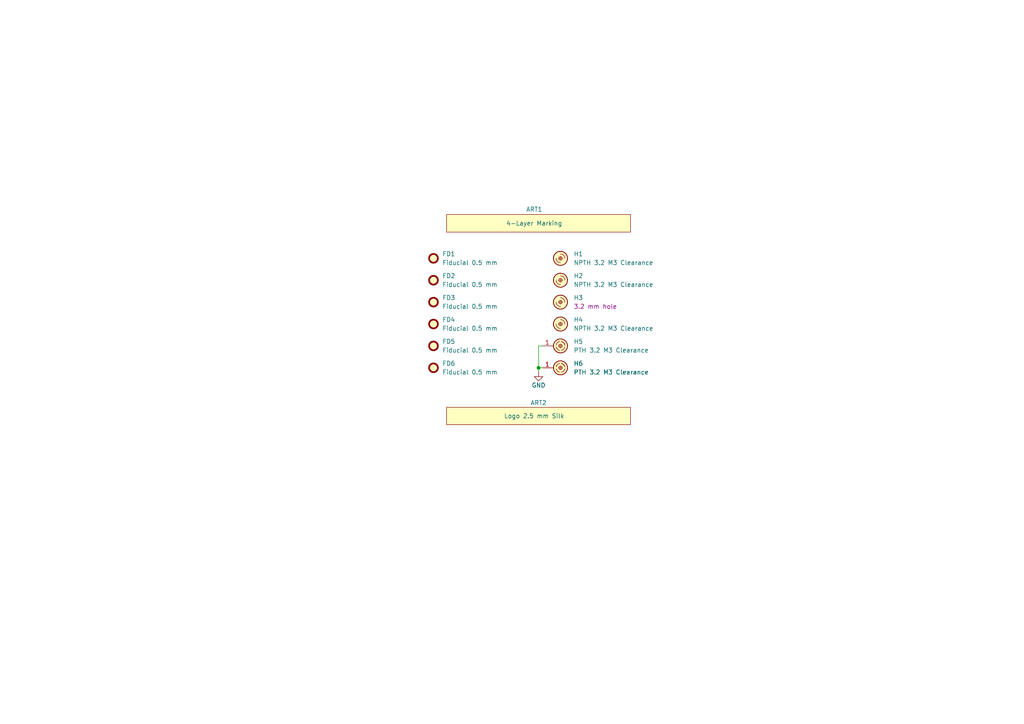
<source format=kicad_sch>
(kicad_sch (version 20231120) (generator "eeschema") (generator_version "8.0")
  (paper "A4")
  (title_block (title "Programmable Keyboard") (date "2024-04-09") (rev "2.1") (company "Kallio Designs Oy") (comment 1 "TL, NH") (comment 2 "ASSEMBLY_PN") (comment 3 "PCB_PN"))
  (lib_symbols
    (symbol "KD_Mechanical:Artwork_4-Layer_marking" (pin_numbers hide) (pin_names hide) (in_bom no)
      (property "Reference" "ART" (at 0 4.064 0))
      (property "Value" "4-Layer Marking" (at 0 0 0))
      (symbol "Artwork_4-Layer_marking_0_1"
        (rectangle (start -25.4 2.54) (end 27.94 -2.54) (fill (type background)))
      )
    )
    (symbol "KD_Mechanical:Artwork_Logo_Silk_2.5mm" (pin_numbers hide) (pin_names hide) (in_bom no)
      (property "Reference" "ART" (at 0 4.064 0))
      (property "Value" "Logo 2.5 mm Silk" (at 0 0 0))
      (symbol "Artwork_Logo_Silk_2.5mm_0_1"
        (rectangle (start -25.4 2.54) (end 27.94 -2.54) (fill (type background)))
      )
    )
    (symbol "KD_Mechanical:Fiducial_0.5mm" (pin_numbers hide) (pin_names hide) (in_bom no)
      (property "Reference" "FD" (at 2.54 1.27 0))
      (property "Value" "Fiducial 0.5 mm" (at 2.54 -1.27 0))
      (symbol "Fiducial_0.5mm_0_1"
        (circle (center 0 0) (radius 1.27) (stroke (width 0.508)) (fill (type background)))
      )
    )
    (symbol "KD_Mechanical_Mounting_Hole:NPTH_3.2"
      (property "Reference" "H?" (at 2.54 1.27 0))
      (property "Code" "3.2 mm hole" (at 2.54 -1.27 0))
      (symbol "NPTH_3.2_1_0"
        (polyline (pts (xy -0.508 0) (xy 0.508 0)))
        (polyline (pts (xy 0 0.508) (xy 0 -0.508)))
      )
      (symbol "NPTH_3.2_1_1"
        (arc (start -1.27 0) (mid -0.898 -0.898) (end 0 -1.27))
        (circle (center 0 0) (radius 0.508))
        (circle (center 0 0) (radius 2.032) (stroke (width 0.254)) (fill (type background)))
        (arc (start 1.27 0) (mid 0.898 0.898) (end 0 1.27))
      )
    )
    (symbol "KD_Mechanical_Mounting_Hole:NPTH_3.2_M3_Clearance"
      (property "Reference" "H?" (at 2.54 1.27 0))
      (property "Value" "NPTH 3.2 M3 Clearance" (at 2.54 -0.762 0))
      (symbol "NPTH_3.2_M3_Clearance_1_0"
        (polyline (pts (xy -0.508 0) (xy 0.508 0)))
        (polyline (pts (xy 0 0.508) (xy 0 -0.508)))
      )
      (symbol "NPTH_3.2_M3_Clearance_1_1"
        (arc (start -1.27 0) (mid -0.898 -0.898) (end 0 -1.27))
        (circle (center 0 0) (radius 0.508))
        (circle (center 0 0) (radius 2.032) (stroke (width 0.254)) (fill (type background)))
        (arc (start 1.27 0) (mid 0.898 0.898) (end 0 1.27))
      )
    )
    (symbol "KD_Mechanical_Mounting_Hole:PTH_3.2_M3_Clearance_B"
      (property "Reference" "H?" (at 2.54 1.27 0))
      (property "Value" "PTH 3.2 M3 Clearance" (at 2.54 -1.27 0))
      (symbol "PTH_3.2_M3_Clearance_B_0_1"
        (polyline (pts (xy -2.54 0) (xy -2.032 0)))
      )
      (symbol "PTH_3.2_M3_Clearance_B_1_0"
        (polyline (pts (xy -0.508 0) (xy 0.508 0)))
        (polyline (pts (xy 0 0.508) (xy 0 -0.508)))
      )
      (symbol "PTH_3.2_M3_Clearance_B_1_1"
        (arc (start -1.2677 -0.2517) (mid -0.9139 -0.9139) (end -0.2517 -1.2677))
        (arc (start -0.2517 1.2677) (mid -0.9139 0.9139) (end -1.2677 0.2517))
        (circle (center 0 0) (radius 0.508))
        (circle (center 0 0) (radius 2.032) (stroke (width 0.254)) (fill (type background)))
        (arc (start 0.2517 -1.2677) (mid 0.9139 -0.9139) (end 1.2677 -0.2517))
        (arc (start 1.2677 0.2517) (mid 0.9139 0.9139) (end 0.2517 1.2677))
        (arc (start 1.2723 0.2563) (mid 0.9185 0.9185) (end 0.2563 1.2723))
        (pin input line (at -5.08 0 0) (length 2.54) (name "") (number "1"))
      )
    )
    (symbol "power:GND" (power) (pin_numbers hide) (pin_names (offset 0) hide)
      (property "Value" "GND" (at 0 -3.81 0))
      (symbol "GND_0_1"
        (polyline (pts (xy 0 0) (xy 0 -1.27) (xy 1.27 -1.27) (xy 0 -2.54) (xy -1.27 -1.27) (xy 0 -1.27)))
      )
      (symbol "GND_1_1"
        (pin power_in line (at 0 0 270) (length 0) (name "~") (number "1"))
      )
    )
  )
  (junction (at 156.21 106.68))
  (wire (pts (xy 157.48 100.33) (xy 156.21 100.33)))
  (wire (pts (xy 156.21 106.68) (xy 156.21 107.95)))
  (wire (pts (xy 157.48 106.68) (xy 156.21 106.68)))
  (wire (pts (xy 156.21 100.33) (xy 156.21 106.68)))
  (symbol (lib_id "KD_Mechanical:Artwork_4-Layer_marking") (at 154.94 64.77 0) (unit 1) (exclude_from_sim yes) (in_bom no)
    (property "Reference" "ART1" (at 154.94 60.706 0))
    (property "Value" "4-Layer Marking" (at 154.94 64.77 0))
    (property "Footprint" "KD_Mechanical:ART_4-LAYER" (effects (hide yes)))
    (property "Description" "Artwork" (effects (hide yes)))
    (property "Manufacturer" "DNP" (effects (hide yes)))
    (property "MFG_PartNo" "DNP" (effects (hide yes)))
    (property "Supplier" "DNP" (effects (hide yes)))
    (property "Supplier_PartNo" "DNP" (effects (hide yes)))
    (property "DNP" "T" (effects (hide yes)))
    (property "Price" "0.00" (effects (hide yes)))
  )
  (symbol (lib_id "KD_Mechanical_Mounting_Hole:NPTH_3.2_M3_Clearance") (at 162.56 81.28 0) (unit 1)
    (property "Reference" "H2" (at 166.37 80.0099 0) (effects (justify left)))
    (property "Value" "NPTH 3.2 M3 Clearance" (at 166.37 82.5499 0) (effects (justify left)))
    (property "Footprint" "KD_Mechanical_Mounting_Hole:NPTH_3.2mm_M3_clearance" (effects (hide yes)))
    (property "Description" "Hole" (effects (hide yes)))
    (property "Manufacturer" "DNP" (effects (hide yes)))
    (property "MFG_PartNo" "DNP" (effects (hide yes)))
    (property "Supplier" "DNP" (effects (hide yes)))
    (property "Supplier_PartNo" "DNP" (effects (hide yes)))
    (property "DNP" "T" (effects (hide yes)))
    (property "Price" "0.00" (effects (hide yes)))
  )
  (symbol (lib_id "KD_Mechanical:Fiducial_0.5mm") (at 125.73 81.28 0) (unit 1) (in_bom no)
    (property "Reference" "FD2" (at 128.27 80.0099 0) (effects (justify left)))
    (property "Value" "Fiducial 0.5 mm" (at 128.27 82.5499 0) (effects (justify left)))
    (property "Footprint" "KD_Mechanical:Fiducial_0.5mm_Mask1mm" (effects (hide yes)))
    (property "Description" "Fiducial" (effects (hide yes)))
    (property "Manufacturer" "DNP" (effects (hide yes)))
    (property "MFG_PartNo" "DNP" (effects (hide yes)))
    (property "Supplier" "DNP" (effects (hide yes)))
    (property "Supplier_PartNo" "DNP" (effects (hide yes)))
    (property "DNP" "T" (effects (hide yes)))
    (property "Price" "0.00" (effects (hide yes)))
  )
  (symbol (lib_id "KD_Mechanical_Mounting_Hole:PTH_3.2_M3_Clearance_B") (at 162.56 106.68 0) (unit 1)
    (property "Reference" "H6" (at 166.37 105.4099 0) (effects (justify left)))
    (property "Value" "PTH 3.2 M3 Clearance" (at 166.37 107.9499 0) (effects (justify left)))
    (property "Footprint" "KD_Mechanical_Mounting_Hole:PTH_3.2mm_M3_clearance_B" (effects (hide yes)))
    (property "Description" "Hole" (effects (hide yes)))
    (property "Manufacturer" "DNP" (effects (hide yes)))
    (property "MFG_PartNo" "DNP" (effects (hide yes)))
    (property "Supplier" "DNP" (effects (hide yes)))
    (property "Supplier_PartNo" "DNP" (effects (hide yes)))
    (property "DNP" "T" (effects (hide yes)))
    (property "Price" "0.00" (effects (hide yes)))
  )
  (symbol (lib_id "KD_Mechanical:Fiducial_0.5mm") (at 125.73 93.98 0) (unit 1) (in_bom no)
    (property "Reference" "FD4" (at 128.27 92.7099 0) (effects (justify left)))
    (property "Value" "Fiducial 0.5 mm" (at 128.27 95.2499 0) (effects (justify left)))
    (property "Footprint" "KD_Mechanical:Fiducial_0.5mm_Mask1mm" (effects (hide yes)))
    (property "Description" "Fiducial" (effects (hide yes)))
    (property "Manufacturer" "DNP" (effects (hide yes)))
    (property "MFG_PartNo" "DNP" (effects (hide yes)))
    (property "Supplier" "DNP" (effects (hide yes)))
    (property "Supplier_PartNo" "DNP" (effects (hide yes)))
    (property "DNP" "T" (effects (hide yes)))
    (property "Price" "0.00" (effects (hide yes)))
  )
  (symbol (lib_id "KD_Mechanical_Mounting_Hole:PTH_3.2_M3_Clearance_B") (at 162.56 100.33 0) (unit 1)
    (property "Reference" "H5" (at 166.37 99.0599 0) (effects (justify left)))
    (property "Value" "PTH 3.2 M3 Clearance" (at 166.37 101.5999 0) (effects (justify left)))
    (property "Footprint" "KD_Mechanical_Mounting_Hole:PTH_3.2mm_M3_clearance_B" (effects (hide yes)))
    (property "Description" "Hole" (effects (hide yes)))
    (property "Manufacturer" "DNP" (effects (hide yes)))
    (property "MFG_PartNo" "DNP" (effects (hide yes)))
    (property "Supplier" "DNP" (effects (hide yes)))
    (property "Supplier_PartNo" "DNP" (effects (hide yes)))
    (property "DNP" "T" (effects (hide yes)))
    (property "Price" "0.00" (effects (hide yes)))
  )
  (symbol (lib_id "KD_Mechanical:Fiducial_0.5mm") (at 125.73 87.63 0) (unit 1) (in_bom no)
    (property "Reference" "FD3" (at 128.27 86.3599 0) (effects (justify left)))
    (property "Value" "Fiducial 0.5 mm" (at 128.27 88.8999 0) (effects (justify left)))
    (property "Footprint" "KD_Mechanical:Fiducial_0.5mm_Mask1mm" (effects (hide yes)))
    (property "Description" "Fiducial" (effects (hide yes)))
    (property "Manufacturer" "DNP" (effects (hide yes)))
    (property "MFG_PartNo" "DNP" (effects (hide yes)))
    (property "Supplier" "DNP" (effects (hide yes)))
    (property "Supplier_PartNo" "DNP" (effects (hide yes)))
    (property "DNP" "T" (effects (hide yes)))
    (property "Price" "0.00" (effects (hide yes)))
  )
  (symbol (lib_id "KD_Mechanical_Mounting_Hole:NPTH_3.2_M3_Clearance") (at 162.56 93.98 0) (unit 1)
    (property "Reference" "H4" (at 166.37 92.7099 0) (effects (justify left)))
    (property "Value" "NPTH 3.2 M3 Clearance" (at 166.37 95.2499 0) (effects (justify left)))
    (property "Footprint" "KD_Mechanical_Mounting_Hole:NPTH_3.2mm_M3_clearance" (effects (hide yes)))
    (property "Description" "Hole" (effects (hide yes)))
    (property "Manufacturer" "DNP" (effects (hide yes)))
    (property "MFG_PartNo" "DNP" (effects (hide yes)))
    (property "Supplier" "DNP" (effects (hide yes)))
    (property "Supplier_PartNo" "DNP" (effects (hide yes)))
    (property "DNP" "T" (effects (hide yes)))
    (property "Price" "0.00" (effects (hide yes)))
  )
  (symbol (lib_id "KD_Mechanical:Artwork_Logo_Silk_2.5mm") (at 154.94 120.65 0) (unit 1) (exclude_from_sim yes) (in_bom no)
    (property "Reference" "ART2" (at 156.21 116.84 0))
    (property "Value" "Logo 2.5 mm Silk" (at 154.94 120.65 0))
    (property "Footprint" "KD_Mechanical:ART_LOGO_TEXT_2.5MM_SILK" (effects (hide yes)))
    (property "Description" "Artwork" (effects (hide yes)))
    (property "Manufacturer" "DNP" (effects (hide yes)))
    (property "MFG_PartNo" "DNP" (effects (hide yes)))
    (property "Supplier" "DNP" (effects (hide yes)))
    (property "Supplier_PartNo" "DNP" (effects (hide yes)))
    (property "DNP" "T" (effects (hide yes)))
    (property "Price" "0.00" (effects (hide yes)))
  )
  (symbol (lib_id "KD_Mechanical_Mounting_Hole:NPTH_3.2") (at 162.56 87.63 0) (unit 1)
    (property "Reference" "H3" (at 166.37 86.3599 0) (effects (justify left)))
    (property "Value" "NPTH_3.2" (effects (hide yes)))
    (property "Footprint" "KD_Mechanical_Mounting_Hole:NPTH_3.2mm" (effects (hide yes)))
    (property "Description" "Hole" (effects (hide yes)))
    (property "Manufacturer" "DNP" (effects (hide yes)))
    (property "MFG_PartNo" "DNP" (effects (hide yes)))
    (property "Supplier" "DNP" (effects (hide yes)))
    (property "Supplier_PartNo" "DNP" (effects (hide yes)))
    (property "DNP" "T" (effects (hide yes)))
    (property "Price" "0.00" (effects (hide yes)))
    (property "Code" "3.2 mm hole" (at 166.37 88.8999 0) (effects (justify left)))
  )
  (symbol (lib_id "power:GND") (at 156.21 107.95 0) (mirror y) (unit 1)
    (property "Reference" "#GND04" (effects (hide yes)))
    (property "Value" "GND" (at 156.21 111.76 0))
    (property "Description" "Power symbol creates a global label with name \"GND\" , ground" (effects (hide yes)))
    (instances (project "000052 RCCON" (path "" (reference "#GND04") (unit 1))) (project "000018 PGKB" (path "" (reference "#GND037") (unit 1))))
  )
  (symbol (lib_id "KD_Mechanical_Mounting_Hole:NPTH_3.2_M3_Clearance") (at 162.56 74.93 0) (unit 1)
    (property "Reference" "H1" (at 166.37 73.6599 0) (effects (justify left)))
    (property "Value" "NPTH 3.2 M3 Clearance" (at 166.37 76.1999 0) (effects (justify left)))
    (property "Footprint" "KD_Mechanical_Mounting_Hole:NPTH_3.2mm_M3_clearance" (effects (hide yes)))
    (property "Description" "Hole" (effects (hide yes)))
    (property "Manufacturer" "DNP" (effects (hide yes)))
    (property "MFG_PartNo" "DNP" (effects (hide yes)))
    (property "Supplier" "DNP" (effects (hide yes)))
    (property "Supplier_PartNo" "DNP" (effects (hide yes)))
    (property "DNP" "T" (effects (hide yes)))
    (property "Price" "0.00" (effects (hide yes)))
  )
  (symbol (lib_id "KD_Mechanical:Fiducial_0.5mm") (at 125.73 106.68 0) (unit 1) (in_bom no)
    (property "Reference" "FD6" (at 128.27 105.4099 0) (effects (justify left)))
    (property "Value" "Fiducial 0.5 mm" (at 128.27 107.9499 0) (effects (justify left)))
    (property "Footprint" "KD_Mechanical:Fiducial_0.5mm_Mask1mm" (effects (hide yes)))
    (property "Description" "Fiducial" (effects (hide yes)))
    (property "Manufacturer" "DNP" (effects (hide yes)))
    (property "MFG_PartNo" "DNP" (effects (hide yes)))
    (property "Supplier" "DNP" (effects (hide yes)))
    (property "Supplier_PartNo" "DNP" (effects (hide yes)))
    (property "DNP" "T" (effects (hide yes)))
    (property "Price" "0.00" (effects (hide yes)))
  )
  (symbol (lib_id "KD_Mechanical:Fiducial_0.5mm") (at 125.73 74.93 0) (unit 1) (in_bom no)
    (property "Reference" "FD1" (at 128.27 73.6599 0) (effects (justify left)))
    (property "Value" "Fiducial 0.5 mm" (at 128.27 76.1999 0) (effects (justify left)))
    (property "Footprint" "KD_Mechanical:Fiducial_0.5mm_Mask1mm" (effects (hide yes)))
    (property "Description" "Fiducial" (effects (hide yes)))
    (property "Manufacturer" "DNP" (effects (hide yes)))
    (property "MFG_PartNo" "DNP" (effects (hide yes)))
    (property "Supplier" "DNP" (effects (hide yes)))
    (property "Supplier_PartNo" "DNP" (effects (hide yes)))
    (property "DNP" "T" (effects (hide yes)))
    (property "Price" "0.00" (effects (hide yes)))
  )
  (symbol (lib_id "KD_Mechanical:Fiducial_0.5mm") (at 125.73 100.33 0) (unit 1) (in_bom no)
    (property "Reference" "FD5" (at 128.27 99.0599 0) (effects (justify left)))
    (property "Value" "Fiducial 0.5 mm" (at 128.27 101.5999 0) (effects (justify left)))
    (property "Footprint" "KD_Mechanical:Fiducial_0.5mm_Mask1mm" (effects (hide yes)))
    (property "Description" "Fiducial" (effects (hide yes)))
    (property "Manufacturer" "DNP" (effects (hide yes)))
    (property "MFG_PartNo" "DNP" (effects (hide yes)))
    (property "Supplier" "DNP" (effects (hide yes)))
    (property "Supplier_PartNo" "DNP" (effects (hide yes)))
    (property "DNP" "T" (effects (hide yes)))
    (property "Price" "0.00" (effects (hide yes)))
  )
)
</source>
